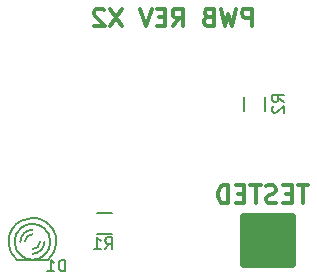
<source format=gbr>
G04 #@! TF.FileFunction,Legend,Bot*
%FSLAX46Y46*%
G04 Gerber Fmt 4.6, Leading zero omitted, Abs format (unit mm)*
G04 Created by KiCad (PCBNEW 4.0.1-stable) date 7/11/2016 2:58:10 PM*
%MOMM*%
G01*
G04 APERTURE LIST*
%ADD10C,0.150000*%
%ADD11C,0.300000*%
%ADD12C,0.650000*%
%ADD13C,0.304800*%
G04 APERTURE END LIST*
D10*
D11*
X26454856Y-8171571D02*
X26454856Y-6671571D01*
X25883428Y-6671571D01*
X25740570Y-6743000D01*
X25669142Y-6814429D01*
X25597713Y-6957286D01*
X25597713Y-7171571D01*
X25669142Y-7314429D01*
X25740570Y-7385857D01*
X25883428Y-7457286D01*
X26454856Y-7457286D01*
X25097713Y-6671571D02*
X24740570Y-8171571D01*
X24454856Y-7100143D01*
X24169142Y-8171571D01*
X23811999Y-6671571D01*
X22740570Y-7385857D02*
X22526284Y-7457286D01*
X22454856Y-7528714D01*
X22383427Y-7671571D01*
X22383427Y-7885857D01*
X22454856Y-8028714D01*
X22526284Y-8100143D01*
X22669142Y-8171571D01*
X23240570Y-8171571D01*
X23240570Y-6671571D01*
X22740570Y-6671571D01*
X22597713Y-6743000D01*
X22526284Y-6814429D01*
X22454856Y-6957286D01*
X22454856Y-7100143D01*
X22526284Y-7243000D01*
X22597713Y-7314429D01*
X22740570Y-7385857D01*
X23240570Y-7385857D01*
X19740570Y-8171571D02*
X20240570Y-7457286D01*
X20597713Y-8171571D02*
X20597713Y-6671571D01*
X20026285Y-6671571D01*
X19883427Y-6743000D01*
X19811999Y-6814429D01*
X19740570Y-6957286D01*
X19740570Y-7171571D01*
X19811999Y-7314429D01*
X19883427Y-7385857D01*
X20026285Y-7457286D01*
X20597713Y-7457286D01*
X19097713Y-7385857D02*
X18597713Y-7385857D01*
X18383427Y-8171571D02*
X19097713Y-8171571D01*
X19097713Y-6671571D01*
X18383427Y-6671571D01*
X17954856Y-6671571D02*
X17454856Y-8171571D01*
X16954856Y-6671571D01*
X15454856Y-6671571D02*
X14454856Y-8171571D01*
X14454856Y-6671571D02*
X15454856Y-8171571D01*
X13954857Y-6814429D02*
X13883428Y-6743000D01*
X13740571Y-6671571D01*
X13383428Y-6671571D01*
X13240571Y-6743000D01*
X13169142Y-6814429D01*
X13097714Y-6957286D01*
X13097714Y-7100143D01*
X13169142Y-7314429D01*
X14026285Y-8171571D01*
X13097714Y-8171571D01*
D10*
X9144000Y-27990800D02*
X6604000Y-27990800D01*
X6898473Y-25245136D02*
G75*
G02X7874000Y-24892000I975527J-1170864D01*
G01*
X7874469Y-24893889D02*
G75*
G02X8884920Y-25278080I-469J-1522111D01*
G01*
X7873966Y-27938147D02*
G75*
G02X6883400Y-27571700I34J1522147D01*
G01*
X8849527Y-27586864D02*
G75*
G02X7874000Y-27940000I-975527J1170864D01*
G01*
X6986845Y-27655166D02*
G75*
G02X6350000Y-26416000I887155J1239166D01*
G01*
X6350000Y-26415199D02*
G75*
G02X6959600Y-25196800I1524000J-801D01*
G01*
X9396206Y-26416442D02*
G75*
G02X8808720Y-27617420I-1522206J442D01*
G01*
X8810171Y-25213436D02*
G75*
G02X9398000Y-26416000I-936171J-1202564D01*
G01*
X7239000Y-26416000D02*
G75*
G02X7874000Y-25781000I635000J0D01*
G01*
X6858000Y-26416000D02*
G75*
G02X7874000Y-25400000I1016000J0D01*
G01*
X8509000Y-26416000D02*
G75*
G02X7874000Y-27051000I-635000J0D01*
G01*
X8890000Y-26416000D02*
G75*
G02X7874000Y-27432000I-1016000J0D01*
G01*
X6570574Y-27974880D02*
G75*
G02X5842000Y-26416000I1303426J1558880D01*
G01*
X5844540Y-26415025D02*
G75*
G02X6918960Y-24625300I2029460J-975D01*
G01*
X9903386Y-26418552D02*
G75*
G02X9184640Y-27965400I-2029386J2552D01*
G01*
X8883851Y-24652701D02*
G75*
G02X9906000Y-26416000I-1009851J-1763299D01*
G01*
X6910653Y-24626870D02*
G75*
G02X7874000Y-24384000I963347J-1789130D01*
G01*
X7874100Y-24385077D02*
G75*
G02X8938260Y-24686260I-100J-2030923D01*
G01*
X25795000Y-14132000D02*
X25795000Y-15332000D01*
X27545000Y-15332000D02*
X27545000Y-14132000D01*
X13370000Y-25767000D02*
X14570000Y-25767000D01*
X14570000Y-24017000D02*
X13370000Y-24017000D01*
D12*
X29813000Y-28289000D02*
X29813000Y-24289000D01*
X29813000Y-24289000D02*
X25813000Y-24289000D01*
X25813000Y-24289000D02*
X25813000Y-28289000D01*
X25813000Y-24289000D02*
X29813000Y-24289000D01*
X25813000Y-24789000D02*
X29813000Y-24789000D01*
X25813000Y-25289000D02*
X29813000Y-25289000D01*
X25813000Y-25789000D02*
X29813000Y-25789000D01*
X25813000Y-26289000D02*
X29813000Y-26289000D01*
X25813000Y-26789000D02*
X29813000Y-26789000D01*
X25813000Y-27289000D02*
X29813000Y-27289000D01*
X25813000Y-28289000D02*
X29813000Y-28289000D01*
X25813000Y-27789000D02*
X29813000Y-27789000D01*
D10*
X25813000Y-28289000D02*
X29813000Y-28289000D01*
X29813000Y-28289000D02*
X29813000Y-24289000D01*
X29813000Y-24289000D02*
X25813000Y-24289000D01*
X25813000Y-24289000D02*
X25813000Y-28289000D01*
X10654095Y-28930381D02*
X10654095Y-27930381D01*
X10416000Y-27930381D01*
X10273142Y-27978000D01*
X10177904Y-28073238D01*
X10130285Y-28168476D01*
X10082666Y-28358952D01*
X10082666Y-28501810D01*
X10130285Y-28692286D01*
X10177904Y-28787524D01*
X10273142Y-28882762D01*
X10416000Y-28930381D01*
X10654095Y-28930381D01*
X9130285Y-28930381D02*
X9701714Y-28930381D01*
X9416000Y-28930381D02*
X9416000Y-27930381D01*
X9511238Y-28073238D01*
X9606476Y-28168476D01*
X9701714Y-28216095D01*
X29154381Y-14565334D02*
X28678190Y-14232000D01*
X29154381Y-13993905D02*
X28154381Y-13993905D01*
X28154381Y-14374858D01*
X28202000Y-14470096D01*
X28249619Y-14517715D01*
X28344857Y-14565334D01*
X28487714Y-14565334D01*
X28582952Y-14517715D01*
X28630571Y-14470096D01*
X28678190Y-14374858D01*
X28678190Y-13993905D01*
X28249619Y-14946286D02*
X28202000Y-14993905D01*
X28154381Y-15089143D01*
X28154381Y-15327239D01*
X28202000Y-15422477D01*
X28249619Y-15470096D01*
X28344857Y-15517715D01*
X28440095Y-15517715D01*
X28582952Y-15470096D01*
X29154381Y-14898667D01*
X29154381Y-15517715D01*
X14030166Y-27048381D02*
X14363500Y-26572190D01*
X14601595Y-27048381D02*
X14601595Y-26048381D01*
X14220642Y-26048381D01*
X14125404Y-26096000D01*
X14077785Y-26143619D01*
X14030166Y-26238857D01*
X14030166Y-26381714D01*
X14077785Y-26476952D01*
X14125404Y-26524571D01*
X14220642Y-26572190D01*
X14601595Y-26572190D01*
X13077785Y-27048381D02*
X13649214Y-27048381D01*
X13363500Y-27048381D02*
X13363500Y-26048381D01*
X13458738Y-26191238D01*
X13553976Y-26286476D01*
X13649214Y-26334095D01*
D13*
X31187571Y-21644429D02*
X30316714Y-21644429D01*
X30752143Y-23168429D02*
X30752143Y-21644429D01*
X29808714Y-22370143D02*
X29300714Y-22370143D01*
X29083000Y-23168429D02*
X29808714Y-23168429D01*
X29808714Y-21644429D01*
X29083000Y-21644429D01*
X28502428Y-23095857D02*
X28284714Y-23168429D01*
X27921857Y-23168429D01*
X27776714Y-23095857D01*
X27704143Y-23023286D01*
X27631571Y-22878143D01*
X27631571Y-22733000D01*
X27704143Y-22587857D01*
X27776714Y-22515286D01*
X27921857Y-22442714D01*
X28212143Y-22370143D01*
X28357285Y-22297571D01*
X28429857Y-22225000D01*
X28502428Y-22079857D01*
X28502428Y-21934714D01*
X28429857Y-21789571D01*
X28357285Y-21717000D01*
X28212143Y-21644429D01*
X27849285Y-21644429D01*
X27631571Y-21717000D01*
X27196142Y-21644429D02*
X26325285Y-21644429D01*
X26760714Y-23168429D02*
X26760714Y-21644429D01*
X25817285Y-22370143D02*
X25309285Y-22370143D01*
X25091571Y-23168429D02*
X25817285Y-23168429D01*
X25817285Y-21644429D01*
X25091571Y-21644429D01*
X24438428Y-23168429D02*
X24438428Y-21644429D01*
X24075571Y-21644429D01*
X23857856Y-21717000D01*
X23712714Y-21862143D01*
X23640142Y-22007286D01*
X23567571Y-22297571D01*
X23567571Y-22515286D01*
X23640142Y-22805571D01*
X23712714Y-22950714D01*
X23857856Y-23095857D01*
X24075571Y-23168429D01*
X24438428Y-23168429D01*
M02*

</source>
